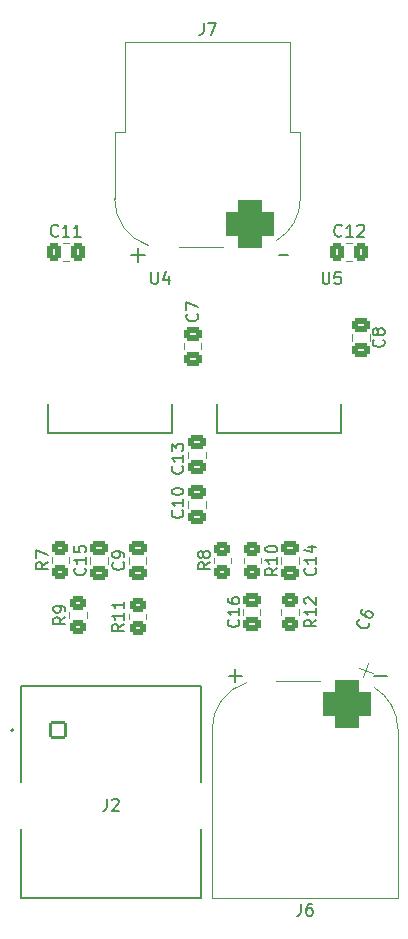
<source format=gto>
%TF.GenerationSoftware,KiCad,Pcbnew,8.0.2*%
%TF.CreationDate,2024-10-02T19:38:12-04:00*%
%TF.ProjectId,drive_27A,64726976-655f-4323-9741-2e6b69636164,rev?*%
%TF.SameCoordinates,Original*%
%TF.FileFunction,Legend,Top*%
%TF.FilePolarity,Positive*%
%FSLAX46Y46*%
G04 Gerber Fmt 4.6, Leading zero omitted, Abs format (unit mm)*
G04 Created by KiCad (PCBNEW 8.0.2) date 2024-10-02 19:38:12*
%MOMM*%
%LPD*%
G01*
G04 APERTURE LIST*
G04 Aperture macros list*
%AMRoundRect*
0 Rectangle with rounded corners*
0 $1 Rounding radius*
0 $2 $3 $4 $5 $6 $7 $8 $9 X,Y pos of 4 corners*
0 Add a 4 corners polygon primitive as box body*
4,1,4,$2,$3,$4,$5,$6,$7,$8,$9,$2,$3,0*
0 Add four circle primitives for the rounded corners*
1,1,$1+$1,$2,$3*
1,1,$1+$1,$4,$5*
1,1,$1+$1,$6,$7*
1,1,$1+$1,$8,$9*
0 Add four rect primitives between the rounded corners*
20,1,$1+$1,$2,$3,$4,$5,0*
20,1,$1+$1,$4,$5,$6,$7,0*
20,1,$1+$1,$6,$7,$8,$9,0*
20,1,$1+$1,$8,$9,$2,$3,0*%
%AMRotRect*
0 Rectangle, with rotation*
0 The origin of the aperture is its center*
0 $1 length*
0 $2 width*
0 $3 Rotation angle, in degrees counterclockwise*
0 Add horizontal line*
21,1,$1,$2,0,0,$3*%
G04 Aperture macros list end*
%ADD10C,0.150000*%
%ADD11C,0.120000*%
%ADD12C,0.152400*%
%ADD13C,0.127000*%
%ADD14C,0.200000*%
%ADD15R,0.900000X2.000000*%
%ADD16RoundRect,1.025000X1.025000X1.025000X-1.025000X1.025000X-1.025000X-1.025000X1.025000X-1.025000X0*%
%ADD17C,4.100000*%
%ADD18RoundRect,1.025000X-1.025000X-1.025000X1.025000X-1.025000X1.025000X1.025000X-1.025000X1.025000X0*%
%ADD19R,0.762000X4.683400*%
%ADD20R,10.312400X9.557400*%
%ADD21RotRect,2.400000X2.400000X70.000000*%
%ADD22C,2.400000*%
%ADD23C,3.350000*%
%ADD24RoundRect,0.102000X-0.634000X-0.634000X0.634000X-0.634000X0.634000X0.634000X-0.634000X0.634000X0*%
%ADD25C,1.472000*%
%ADD26RoundRect,0.250000X0.475000X-0.337500X0.475000X0.337500X-0.475000X0.337500X-0.475000X-0.337500X0*%
%ADD27C,3.600000*%
%ADD28C,5.600000*%
%ADD29RoundRect,0.250000X-0.475000X0.337500X-0.475000X-0.337500X0.475000X-0.337500X0.475000X0.337500X0*%
%ADD30RoundRect,0.250000X-0.337500X-0.475000X0.337500X-0.475000X0.337500X0.475000X-0.337500X0.475000X0*%
%ADD31RoundRect,0.250000X0.450000X-0.350000X0.450000X0.350000X-0.450000X0.350000X-0.450000X-0.350000X0*%
%ADD32RoundRect,0.250000X-0.450000X0.350000X-0.450000X-0.350000X0.450000X-0.350000X0.450000X0.350000X0*%
%ADD33RoundRect,0.250000X0.337500X0.475000X-0.337500X0.475000X-0.337500X-0.475000X0.337500X-0.475000X0*%
%ADD34R,1.700000X1.700000*%
%ADD35O,1.700000X1.700000*%
%ADD36O,1.600000X0.900000*%
G04 APERTURE END LIST*
D10*
X38416666Y-79704819D02*
X38416666Y-80419104D01*
X38416666Y-80419104D02*
X38369047Y-80561961D01*
X38369047Y-80561961D02*
X38273809Y-80657200D01*
X38273809Y-80657200D02*
X38130952Y-80704819D01*
X38130952Y-80704819D02*
X38035714Y-80704819D01*
X39321428Y-79704819D02*
X39130952Y-79704819D01*
X39130952Y-79704819D02*
X39035714Y-79752438D01*
X39035714Y-79752438D02*
X38988095Y-79800057D01*
X38988095Y-79800057D02*
X38892857Y-79942914D01*
X38892857Y-79942914D02*
X38845238Y-80133390D01*
X38845238Y-80133390D02*
X38845238Y-80514342D01*
X38845238Y-80514342D02*
X38892857Y-80609580D01*
X38892857Y-80609580D02*
X38940476Y-80657200D01*
X38940476Y-80657200D02*
X39035714Y-80704819D01*
X39035714Y-80704819D02*
X39226190Y-80704819D01*
X39226190Y-80704819D02*
X39321428Y-80657200D01*
X39321428Y-80657200D02*
X39369047Y-80609580D01*
X39369047Y-80609580D02*
X39416666Y-80514342D01*
X39416666Y-80514342D02*
X39416666Y-80276247D01*
X39416666Y-80276247D02*
X39369047Y-80181009D01*
X39369047Y-80181009D02*
X39321428Y-80133390D01*
X39321428Y-80133390D02*
X39226190Y-80085771D01*
X39226190Y-80085771D02*
X39035714Y-80085771D01*
X39035714Y-80085771D02*
X38940476Y-80133390D01*
X38940476Y-80133390D02*
X38892857Y-80181009D01*
X38892857Y-80181009D02*
X38845238Y-80276247D01*
X44578571Y-60364700D02*
X45721429Y-60364700D01*
X32278571Y-60364700D02*
X33421429Y-60364700D01*
X32850000Y-60936128D02*
X32850000Y-59793271D01*
X30166666Y-5104819D02*
X30166666Y-5819104D01*
X30166666Y-5819104D02*
X30119047Y-5961961D01*
X30119047Y-5961961D02*
X30023809Y-6057200D01*
X30023809Y-6057200D02*
X29880952Y-6104819D01*
X29880952Y-6104819D02*
X29785714Y-6104819D01*
X30547619Y-5104819D02*
X31214285Y-5104819D01*
X31214285Y-5104819D02*
X30785714Y-6104819D01*
X24028571Y-24764700D02*
X25171429Y-24764700D01*
X24600000Y-25336128D02*
X24600000Y-24193271D01*
X36519048Y-24723866D02*
X37280953Y-24723866D01*
X40238095Y-26204819D02*
X40238095Y-27014342D01*
X40238095Y-27014342D02*
X40285714Y-27109580D01*
X40285714Y-27109580D02*
X40333333Y-27157200D01*
X40333333Y-27157200D02*
X40428571Y-27204819D01*
X40428571Y-27204819D02*
X40619047Y-27204819D01*
X40619047Y-27204819D02*
X40714285Y-27157200D01*
X40714285Y-27157200D02*
X40761904Y-27109580D01*
X40761904Y-27109580D02*
X40809523Y-27014342D01*
X40809523Y-27014342D02*
X40809523Y-26204819D01*
X41761904Y-26204819D02*
X41285714Y-26204819D01*
X41285714Y-26204819D02*
X41238095Y-26681009D01*
X41238095Y-26681009D02*
X41285714Y-26633390D01*
X41285714Y-26633390D02*
X41380952Y-26585771D01*
X41380952Y-26585771D02*
X41619047Y-26585771D01*
X41619047Y-26585771D02*
X41714285Y-26633390D01*
X41714285Y-26633390D02*
X41761904Y-26681009D01*
X41761904Y-26681009D02*
X41809523Y-26776247D01*
X41809523Y-26776247D02*
X41809523Y-27014342D01*
X41809523Y-27014342D02*
X41761904Y-27109580D01*
X41761904Y-27109580D02*
X41714285Y-27157200D01*
X41714285Y-27157200D02*
X41619047Y-27204819D01*
X41619047Y-27204819D02*
X41380952Y-27204819D01*
X41380952Y-27204819D02*
X41285714Y-27157200D01*
X41285714Y-27157200D02*
X41238095Y-27109580D01*
X44139941Y-55884335D02*
X44168401Y-55945369D01*
X44168401Y-55945369D02*
X44164289Y-56095898D01*
X44164289Y-56095898D02*
X44131715Y-56185392D01*
X44131715Y-56185392D02*
X44038108Y-56303348D01*
X44038108Y-56303348D02*
X43916040Y-56360269D01*
X43916040Y-56360269D02*
X43810259Y-56372443D01*
X43810259Y-56372443D02*
X43614983Y-56352043D01*
X43614983Y-56352043D02*
X43480741Y-56303183D01*
X43480741Y-56303183D02*
X43318039Y-56193289D01*
X43318039Y-56193289D02*
X43244831Y-56115969D01*
X43244831Y-56115969D02*
X43187910Y-55993901D01*
X43187910Y-55993901D02*
X43192023Y-55843372D01*
X43192023Y-55843372D02*
X43224596Y-55753878D01*
X43224596Y-55753878D02*
X43318203Y-55635923D01*
X43318203Y-55635923D02*
X43379237Y-55607462D01*
X43582903Y-54769438D02*
X43517756Y-54948427D01*
X43517756Y-54948427D02*
X43529930Y-55054208D01*
X43529930Y-55054208D02*
X43558391Y-55115242D01*
X43558391Y-55115242D02*
X43660059Y-55253597D01*
X43660059Y-55253597D02*
X43822762Y-55363491D01*
X43822762Y-55363491D02*
X44180740Y-55493784D01*
X44180740Y-55493784D02*
X44286521Y-55481610D01*
X44286521Y-55481610D02*
X44347555Y-55453149D01*
X44347555Y-55453149D02*
X44424875Y-55379942D01*
X44424875Y-55379942D02*
X44490022Y-55200952D01*
X44490022Y-55200952D02*
X44477848Y-55095171D01*
X44477848Y-55095171D02*
X44449388Y-55034137D01*
X44449388Y-55034137D02*
X44376180Y-54956817D01*
X44376180Y-54956817D02*
X44152443Y-54875383D01*
X44152443Y-54875383D02*
X44046662Y-54887557D01*
X44046662Y-54887557D02*
X43985628Y-54916018D01*
X43985628Y-54916018D02*
X43908308Y-54989226D01*
X43908308Y-54989226D02*
X43843161Y-55168215D01*
X43843161Y-55168215D02*
X43855335Y-55273996D01*
X43855335Y-55273996D02*
X43883796Y-55335030D01*
X43883796Y-55335030D02*
X43957003Y-55412351D01*
X21991666Y-70804819D02*
X21991666Y-71519104D01*
X21991666Y-71519104D02*
X21944047Y-71661961D01*
X21944047Y-71661961D02*
X21848809Y-71757200D01*
X21848809Y-71757200D02*
X21705952Y-71804819D01*
X21705952Y-71804819D02*
X21610714Y-71804819D01*
X22420238Y-70900057D02*
X22467857Y-70852438D01*
X22467857Y-70852438D02*
X22563095Y-70804819D01*
X22563095Y-70804819D02*
X22801190Y-70804819D01*
X22801190Y-70804819D02*
X22896428Y-70852438D01*
X22896428Y-70852438D02*
X22944047Y-70900057D01*
X22944047Y-70900057D02*
X22991666Y-70995295D01*
X22991666Y-70995295D02*
X22991666Y-71090533D01*
X22991666Y-71090533D02*
X22944047Y-71233390D01*
X22944047Y-71233390D02*
X22372619Y-71804819D01*
X22372619Y-71804819D02*
X22991666Y-71804819D01*
X28359580Y-46392857D02*
X28407200Y-46440476D01*
X28407200Y-46440476D02*
X28454819Y-46583333D01*
X28454819Y-46583333D02*
X28454819Y-46678571D01*
X28454819Y-46678571D02*
X28407200Y-46821428D01*
X28407200Y-46821428D02*
X28311961Y-46916666D01*
X28311961Y-46916666D02*
X28216723Y-46964285D01*
X28216723Y-46964285D02*
X28026247Y-47011904D01*
X28026247Y-47011904D02*
X27883390Y-47011904D01*
X27883390Y-47011904D02*
X27692914Y-46964285D01*
X27692914Y-46964285D02*
X27597676Y-46916666D01*
X27597676Y-46916666D02*
X27502438Y-46821428D01*
X27502438Y-46821428D02*
X27454819Y-46678571D01*
X27454819Y-46678571D02*
X27454819Y-46583333D01*
X27454819Y-46583333D02*
X27502438Y-46440476D01*
X27502438Y-46440476D02*
X27550057Y-46392857D01*
X28454819Y-45440476D02*
X28454819Y-46011904D01*
X28454819Y-45726190D02*
X27454819Y-45726190D01*
X27454819Y-45726190D02*
X27597676Y-45821428D01*
X27597676Y-45821428D02*
X27692914Y-45916666D01*
X27692914Y-45916666D02*
X27740533Y-46011904D01*
X27454819Y-44821428D02*
X27454819Y-44726190D01*
X27454819Y-44726190D02*
X27502438Y-44630952D01*
X27502438Y-44630952D02*
X27550057Y-44583333D01*
X27550057Y-44583333D02*
X27645295Y-44535714D01*
X27645295Y-44535714D02*
X27835771Y-44488095D01*
X27835771Y-44488095D02*
X28073866Y-44488095D01*
X28073866Y-44488095D02*
X28264342Y-44535714D01*
X28264342Y-44535714D02*
X28359580Y-44583333D01*
X28359580Y-44583333D02*
X28407200Y-44630952D01*
X28407200Y-44630952D02*
X28454819Y-44726190D01*
X28454819Y-44726190D02*
X28454819Y-44821428D01*
X28454819Y-44821428D02*
X28407200Y-44916666D01*
X28407200Y-44916666D02*
X28359580Y-44964285D01*
X28359580Y-44964285D02*
X28264342Y-45011904D01*
X28264342Y-45011904D02*
X28073866Y-45059523D01*
X28073866Y-45059523D02*
X27835771Y-45059523D01*
X27835771Y-45059523D02*
X27645295Y-45011904D01*
X27645295Y-45011904D02*
X27550057Y-44964285D01*
X27550057Y-44964285D02*
X27502438Y-44916666D01*
X27502438Y-44916666D02*
X27454819Y-44821428D01*
X28359580Y-42642857D02*
X28407200Y-42690476D01*
X28407200Y-42690476D02*
X28454819Y-42833333D01*
X28454819Y-42833333D02*
X28454819Y-42928571D01*
X28454819Y-42928571D02*
X28407200Y-43071428D01*
X28407200Y-43071428D02*
X28311961Y-43166666D01*
X28311961Y-43166666D02*
X28216723Y-43214285D01*
X28216723Y-43214285D02*
X28026247Y-43261904D01*
X28026247Y-43261904D02*
X27883390Y-43261904D01*
X27883390Y-43261904D02*
X27692914Y-43214285D01*
X27692914Y-43214285D02*
X27597676Y-43166666D01*
X27597676Y-43166666D02*
X27502438Y-43071428D01*
X27502438Y-43071428D02*
X27454819Y-42928571D01*
X27454819Y-42928571D02*
X27454819Y-42833333D01*
X27454819Y-42833333D02*
X27502438Y-42690476D01*
X27502438Y-42690476D02*
X27550057Y-42642857D01*
X28454819Y-41690476D02*
X28454819Y-42261904D01*
X28454819Y-41976190D02*
X27454819Y-41976190D01*
X27454819Y-41976190D02*
X27597676Y-42071428D01*
X27597676Y-42071428D02*
X27692914Y-42166666D01*
X27692914Y-42166666D02*
X27740533Y-42261904D01*
X27454819Y-41357142D02*
X27454819Y-40738095D01*
X27454819Y-40738095D02*
X27835771Y-41071428D01*
X27835771Y-41071428D02*
X27835771Y-40928571D01*
X27835771Y-40928571D02*
X27883390Y-40833333D01*
X27883390Y-40833333D02*
X27931009Y-40785714D01*
X27931009Y-40785714D02*
X28026247Y-40738095D01*
X28026247Y-40738095D02*
X28264342Y-40738095D01*
X28264342Y-40738095D02*
X28359580Y-40785714D01*
X28359580Y-40785714D02*
X28407200Y-40833333D01*
X28407200Y-40833333D02*
X28454819Y-40928571D01*
X28454819Y-40928571D02*
X28454819Y-41214285D01*
X28454819Y-41214285D02*
X28407200Y-41309523D01*
X28407200Y-41309523D02*
X28359580Y-41357142D01*
X45399268Y-31933640D02*
X45446888Y-31981259D01*
X45446888Y-31981259D02*
X45494507Y-32124116D01*
X45494507Y-32124116D02*
X45494507Y-32219354D01*
X45494507Y-32219354D02*
X45446888Y-32362211D01*
X45446888Y-32362211D02*
X45351649Y-32457449D01*
X45351649Y-32457449D02*
X45256411Y-32505068D01*
X45256411Y-32505068D02*
X45065935Y-32552687D01*
X45065935Y-32552687D02*
X44923078Y-32552687D01*
X44923078Y-32552687D02*
X44732602Y-32505068D01*
X44732602Y-32505068D02*
X44637364Y-32457449D01*
X44637364Y-32457449D02*
X44542126Y-32362211D01*
X44542126Y-32362211D02*
X44494507Y-32219354D01*
X44494507Y-32219354D02*
X44494507Y-32124116D01*
X44494507Y-32124116D02*
X44542126Y-31981259D01*
X44542126Y-31981259D02*
X44589745Y-31933640D01*
X44923078Y-31362211D02*
X44875459Y-31457449D01*
X44875459Y-31457449D02*
X44827840Y-31505068D01*
X44827840Y-31505068D02*
X44732602Y-31552687D01*
X44732602Y-31552687D02*
X44684983Y-31552687D01*
X44684983Y-31552687D02*
X44589745Y-31505068D01*
X44589745Y-31505068D02*
X44542126Y-31457449D01*
X44542126Y-31457449D02*
X44494507Y-31362211D01*
X44494507Y-31362211D02*
X44494507Y-31171735D01*
X44494507Y-31171735D02*
X44542126Y-31076497D01*
X44542126Y-31076497D02*
X44589745Y-31028878D01*
X44589745Y-31028878D02*
X44684983Y-30981259D01*
X44684983Y-30981259D02*
X44732602Y-30981259D01*
X44732602Y-30981259D02*
X44827840Y-31028878D01*
X44827840Y-31028878D02*
X44875459Y-31076497D01*
X44875459Y-31076497D02*
X44923078Y-31171735D01*
X44923078Y-31171735D02*
X44923078Y-31362211D01*
X44923078Y-31362211D02*
X44970697Y-31457449D01*
X44970697Y-31457449D02*
X45018316Y-31505068D01*
X45018316Y-31505068D02*
X45113554Y-31552687D01*
X45113554Y-31552687D02*
X45304030Y-31552687D01*
X45304030Y-31552687D02*
X45399268Y-31505068D01*
X45399268Y-31505068D02*
X45446888Y-31457449D01*
X45446888Y-31457449D02*
X45494507Y-31362211D01*
X45494507Y-31362211D02*
X45494507Y-31171735D01*
X45494507Y-31171735D02*
X45446888Y-31076497D01*
X45446888Y-31076497D02*
X45399268Y-31028878D01*
X45399268Y-31028878D02*
X45304030Y-30981259D01*
X45304030Y-30981259D02*
X45113554Y-30981259D01*
X45113554Y-30981259D02*
X45018316Y-31028878D01*
X45018316Y-31028878D02*
X44970697Y-31076497D01*
X44970697Y-31076497D02*
X44923078Y-31171735D01*
X29609580Y-29766666D02*
X29657200Y-29814285D01*
X29657200Y-29814285D02*
X29704819Y-29957142D01*
X29704819Y-29957142D02*
X29704819Y-30052380D01*
X29704819Y-30052380D02*
X29657200Y-30195237D01*
X29657200Y-30195237D02*
X29561961Y-30290475D01*
X29561961Y-30290475D02*
X29466723Y-30338094D01*
X29466723Y-30338094D02*
X29276247Y-30385713D01*
X29276247Y-30385713D02*
X29133390Y-30385713D01*
X29133390Y-30385713D02*
X28942914Y-30338094D01*
X28942914Y-30338094D02*
X28847676Y-30290475D01*
X28847676Y-30290475D02*
X28752438Y-30195237D01*
X28752438Y-30195237D02*
X28704819Y-30052380D01*
X28704819Y-30052380D02*
X28704819Y-29957142D01*
X28704819Y-29957142D02*
X28752438Y-29814285D01*
X28752438Y-29814285D02*
X28800057Y-29766666D01*
X28704819Y-29433332D02*
X28704819Y-28766666D01*
X28704819Y-28766666D02*
X29704819Y-29195237D01*
X41857142Y-23109580D02*
X41809523Y-23157200D01*
X41809523Y-23157200D02*
X41666666Y-23204819D01*
X41666666Y-23204819D02*
X41571428Y-23204819D01*
X41571428Y-23204819D02*
X41428571Y-23157200D01*
X41428571Y-23157200D02*
X41333333Y-23061961D01*
X41333333Y-23061961D02*
X41285714Y-22966723D01*
X41285714Y-22966723D02*
X41238095Y-22776247D01*
X41238095Y-22776247D02*
X41238095Y-22633390D01*
X41238095Y-22633390D02*
X41285714Y-22442914D01*
X41285714Y-22442914D02*
X41333333Y-22347676D01*
X41333333Y-22347676D02*
X41428571Y-22252438D01*
X41428571Y-22252438D02*
X41571428Y-22204819D01*
X41571428Y-22204819D02*
X41666666Y-22204819D01*
X41666666Y-22204819D02*
X41809523Y-22252438D01*
X41809523Y-22252438D02*
X41857142Y-22300057D01*
X42809523Y-23204819D02*
X42238095Y-23204819D01*
X42523809Y-23204819D02*
X42523809Y-22204819D01*
X42523809Y-22204819D02*
X42428571Y-22347676D01*
X42428571Y-22347676D02*
X42333333Y-22442914D01*
X42333333Y-22442914D02*
X42238095Y-22490533D01*
X43190476Y-22300057D02*
X43238095Y-22252438D01*
X43238095Y-22252438D02*
X43333333Y-22204819D01*
X43333333Y-22204819D02*
X43571428Y-22204819D01*
X43571428Y-22204819D02*
X43666666Y-22252438D01*
X43666666Y-22252438D02*
X43714285Y-22300057D01*
X43714285Y-22300057D02*
X43761904Y-22395295D01*
X43761904Y-22395295D02*
X43761904Y-22490533D01*
X43761904Y-22490533D02*
X43714285Y-22633390D01*
X43714285Y-22633390D02*
X43142857Y-23204819D01*
X43142857Y-23204819D02*
X43761904Y-23204819D01*
X39704819Y-55642857D02*
X39228628Y-55976190D01*
X39704819Y-56214285D02*
X38704819Y-56214285D01*
X38704819Y-56214285D02*
X38704819Y-55833333D01*
X38704819Y-55833333D02*
X38752438Y-55738095D01*
X38752438Y-55738095D02*
X38800057Y-55690476D01*
X38800057Y-55690476D02*
X38895295Y-55642857D01*
X38895295Y-55642857D02*
X39038152Y-55642857D01*
X39038152Y-55642857D02*
X39133390Y-55690476D01*
X39133390Y-55690476D02*
X39181009Y-55738095D01*
X39181009Y-55738095D02*
X39228628Y-55833333D01*
X39228628Y-55833333D02*
X39228628Y-56214285D01*
X39704819Y-54690476D02*
X39704819Y-55261904D01*
X39704819Y-54976190D02*
X38704819Y-54976190D01*
X38704819Y-54976190D02*
X38847676Y-55071428D01*
X38847676Y-55071428D02*
X38942914Y-55166666D01*
X38942914Y-55166666D02*
X38990533Y-55261904D01*
X38800057Y-54309523D02*
X38752438Y-54261904D01*
X38752438Y-54261904D02*
X38704819Y-54166666D01*
X38704819Y-54166666D02*
X38704819Y-53928571D01*
X38704819Y-53928571D02*
X38752438Y-53833333D01*
X38752438Y-53833333D02*
X38800057Y-53785714D01*
X38800057Y-53785714D02*
X38895295Y-53738095D01*
X38895295Y-53738095D02*
X38990533Y-53738095D01*
X38990533Y-53738095D02*
X39133390Y-53785714D01*
X39133390Y-53785714D02*
X39704819Y-54357142D01*
X39704819Y-54357142D02*
X39704819Y-53738095D01*
X23404819Y-56022457D02*
X22928628Y-56355790D01*
X23404819Y-56593885D02*
X22404819Y-56593885D01*
X22404819Y-56593885D02*
X22404819Y-56212933D01*
X22404819Y-56212933D02*
X22452438Y-56117695D01*
X22452438Y-56117695D02*
X22500057Y-56070076D01*
X22500057Y-56070076D02*
X22595295Y-56022457D01*
X22595295Y-56022457D02*
X22738152Y-56022457D01*
X22738152Y-56022457D02*
X22833390Y-56070076D01*
X22833390Y-56070076D02*
X22881009Y-56117695D01*
X22881009Y-56117695D02*
X22928628Y-56212933D01*
X22928628Y-56212933D02*
X22928628Y-56593885D01*
X23404819Y-55070076D02*
X23404819Y-55641504D01*
X23404819Y-55355790D02*
X22404819Y-55355790D01*
X22404819Y-55355790D02*
X22547676Y-55451028D01*
X22547676Y-55451028D02*
X22642914Y-55546266D01*
X22642914Y-55546266D02*
X22690533Y-55641504D01*
X23404819Y-54117695D02*
X23404819Y-54689123D01*
X23404819Y-54403409D02*
X22404819Y-54403409D01*
X22404819Y-54403409D02*
X22547676Y-54498647D01*
X22547676Y-54498647D02*
X22642914Y-54593885D01*
X22642914Y-54593885D02*
X22690533Y-54689123D01*
X25738095Y-26204819D02*
X25738095Y-27014342D01*
X25738095Y-27014342D02*
X25785714Y-27109580D01*
X25785714Y-27109580D02*
X25833333Y-27157200D01*
X25833333Y-27157200D02*
X25928571Y-27204819D01*
X25928571Y-27204819D02*
X26119047Y-27204819D01*
X26119047Y-27204819D02*
X26214285Y-27157200D01*
X26214285Y-27157200D02*
X26261904Y-27109580D01*
X26261904Y-27109580D02*
X26309523Y-27014342D01*
X26309523Y-27014342D02*
X26309523Y-26204819D01*
X27214285Y-26538152D02*
X27214285Y-27204819D01*
X26976190Y-26157200D02*
X26738095Y-26871485D01*
X26738095Y-26871485D02*
X27357142Y-26871485D01*
X23359580Y-50796266D02*
X23407200Y-50843885D01*
X23407200Y-50843885D02*
X23454819Y-50986742D01*
X23454819Y-50986742D02*
X23454819Y-51081980D01*
X23454819Y-51081980D02*
X23407200Y-51224837D01*
X23407200Y-51224837D02*
X23311961Y-51320075D01*
X23311961Y-51320075D02*
X23216723Y-51367694D01*
X23216723Y-51367694D02*
X23026247Y-51415313D01*
X23026247Y-51415313D02*
X22883390Y-51415313D01*
X22883390Y-51415313D02*
X22692914Y-51367694D01*
X22692914Y-51367694D02*
X22597676Y-51320075D01*
X22597676Y-51320075D02*
X22502438Y-51224837D01*
X22502438Y-51224837D02*
X22454819Y-51081980D01*
X22454819Y-51081980D02*
X22454819Y-50986742D01*
X22454819Y-50986742D02*
X22502438Y-50843885D01*
X22502438Y-50843885D02*
X22550057Y-50796266D01*
X23454819Y-50320075D02*
X23454819Y-50129599D01*
X23454819Y-50129599D02*
X23407200Y-50034361D01*
X23407200Y-50034361D02*
X23359580Y-49986742D01*
X23359580Y-49986742D02*
X23216723Y-49891504D01*
X23216723Y-49891504D02*
X23026247Y-49843885D01*
X23026247Y-49843885D02*
X22645295Y-49843885D01*
X22645295Y-49843885D02*
X22550057Y-49891504D01*
X22550057Y-49891504D02*
X22502438Y-49939123D01*
X22502438Y-49939123D02*
X22454819Y-50034361D01*
X22454819Y-50034361D02*
X22454819Y-50224837D01*
X22454819Y-50224837D02*
X22502438Y-50320075D01*
X22502438Y-50320075D02*
X22550057Y-50367694D01*
X22550057Y-50367694D02*
X22645295Y-50415313D01*
X22645295Y-50415313D02*
X22883390Y-50415313D01*
X22883390Y-50415313D02*
X22978628Y-50367694D01*
X22978628Y-50367694D02*
X23026247Y-50320075D01*
X23026247Y-50320075D02*
X23073866Y-50224837D01*
X23073866Y-50224837D02*
X23073866Y-50034361D01*
X23073866Y-50034361D02*
X23026247Y-49939123D01*
X23026247Y-49939123D02*
X22978628Y-49891504D01*
X22978628Y-49891504D02*
X22883390Y-49843885D01*
X36404819Y-51272457D02*
X35928628Y-51605790D01*
X36404819Y-51843885D02*
X35404819Y-51843885D01*
X35404819Y-51843885D02*
X35404819Y-51462933D01*
X35404819Y-51462933D02*
X35452438Y-51367695D01*
X35452438Y-51367695D02*
X35500057Y-51320076D01*
X35500057Y-51320076D02*
X35595295Y-51272457D01*
X35595295Y-51272457D02*
X35738152Y-51272457D01*
X35738152Y-51272457D02*
X35833390Y-51320076D01*
X35833390Y-51320076D02*
X35881009Y-51367695D01*
X35881009Y-51367695D02*
X35928628Y-51462933D01*
X35928628Y-51462933D02*
X35928628Y-51843885D01*
X36404819Y-50320076D02*
X36404819Y-50891504D01*
X36404819Y-50605790D02*
X35404819Y-50605790D01*
X35404819Y-50605790D02*
X35547676Y-50701028D01*
X35547676Y-50701028D02*
X35642914Y-50796266D01*
X35642914Y-50796266D02*
X35690533Y-50891504D01*
X35404819Y-49701028D02*
X35404819Y-49605790D01*
X35404819Y-49605790D02*
X35452438Y-49510552D01*
X35452438Y-49510552D02*
X35500057Y-49462933D01*
X35500057Y-49462933D02*
X35595295Y-49415314D01*
X35595295Y-49415314D02*
X35785771Y-49367695D01*
X35785771Y-49367695D02*
X36023866Y-49367695D01*
X36023866Y-49367695D02*
X36214342Y-49415314D01*
X36214342Y-49415314D02*
X36309580Y-49462933D01*
X36309580Y-49462933D02*
X36357200Y-49510552D01*
X36357200Y-49510552D02*
X36404819Y-49605790D01*
X36404819Y-49605790D02*
X36404819Y-49701028D01*
X36404819Y-49701028D02*
X36357200Y-49796266D01*
X36357200Y-49796266D02*
X36309580Y-49843885D01*
X36309580Y-49843885D02*
X36214342Y-49891504D01*
X36214342Y-49891504D02*
X36023866Y-49939123D01*
X36023866Y-49939123D02*
X35785771Y-49939123D01*
X35785771Y-49939123D02*
X35595295Y-49891504D01*
X35595295Y-49891504D02*
X35500057Y-49843885D01*
X35500057Y-49843885D02*
X35452438Y-49796266D01*
X35452438Y-49796266D02*
X35404819Y-49701028D01*
X17857142Y-23109580D02*
X17809523Y-23157200D01*
X17809523Y-23157200D02*
X17666666Y-23204819D01*
X17666666Y-23204819D02*
X17571428Y-23204819D01*
X17571428Y-23204819D02*
X17428571Y-23157200D01*
X17428571Y-23157200D02*
X17333333Y-23061961D01*
X17333333Y-23061961D02*
X17285714Y-22966723D01*
X17285714Y-22966723D02*
X17238095Y-22776247D01*
X17238095Y-22776247D02*
X17238095Y-22633390D01*
X17238095Y-22633390D02*
X17285714Y-22442914D01*
X17285714Y-22442914D02*
X17333333Y-22347676D01*
X17333333Y-22347676D02*
X17428571Y-22252438D01*
X17428571Y-22252438D02*
X17571428Y-22204819D01*
X17571428Y-22204819D02*
X17666666Y-22204819D01*
X17666666Y-22204819D02*
X17809523Y-22252438D01*
X17809523Y-22252438D02*
X17857142Y-22300057D01*
X18809523Y-23204819D02*
X18238095Y-23204819D01*
X18523809Y-23204819D02*
X18523809Y-22204819D01*
X18523809Y-22204819D02*
X18428571Y-22347676D01*
X18428571Y-22347676D02*
X18333333Y-22442914D01*
X18333333Y-22442914D02*
X18238095Y-22490533D01*
X19761904Y-23204819D02*
X19190476Y-23204819D01*
X19476190Y-23204819D02*
X19476190Y-22204819D01*
X19476190Y-22204819D02*
X19380952Y-22347676D01*
X19380952Y-22347676D02*
X19285714Y-22442914D01*
X19285714Y-22442914D02*
X19190476Y-22490533D01*
X39609580Y-51272457D02*
X39657200Y-51320076D01*
X39657200Y-51320076D02*
X39704819Y-51462933D01*
X39704819Y-51462933D02*
X39704819Y-51558171D01*
X39704819Y-51558171D02*
X39657200Y-51701028D01*
X39657200Y-51701028D02*
X39561961Y-51796266D01*
X39561961Y-51796266D02*
X39466723Y-51843885D01*
X39466723Y-51843885D02*
X39276247Y-51891504D01*
X39276247Y-51891504D02*
X39133390Y-51891504D01*
X39133390Y-51891504D02*
X38942914Y-51843885D01*
X38942914Y-51843885D02*
X38847676Y-51796266D01*
X38847676Y-51796266D02*
X38752438Y-51701028D01*
X38752438Y-51701028D02*
X38704819Y-51558171D01*
X38704819Y-51558171D02*
X38704819Y-51462933D01*
X38704819Y-51462933D02*
X38752438Y-51320076D01*
X38752438Y-51320076D02*
X38800057Y-51272457D01*
X39704819Y-50320076D02*
X39704819Y-50891504D01*
X39704819Y-50605790D02*
X38704819Y-50605790D01*
X38704819Y-50605790D02*
X38847676Y-50701028D01*
X38847676Y-50701028D02*
X38942914Y-50796266D01*
X38942914Y-50796266D02*
X38990533Y-50891504D01*
X39038152Y-49462933D02*
X39704819Y-49462933D01*
X38657200Y-49701028D02*
X39371485Y-49939123D01*
X39371485Y-49939123D02*
X39371485Y-49320076D01*
X33109580Y-55642857D02*
X33157200Y-55690476D01*
X33157200Y-55690476D02*
X33204819Y-55833333D01*
X33204819Y-55833333D02*
X33204819Y-55928571D01*
X33204819Y-55928571D02*
X33157200Y-56071428D01*
X33157200Y-56071428D02*
X33061961Y-56166666D01*
X33061961Y-56166666D02*
X32966723Y-56214285D01*
X32966723Y-56214285D02*
X32776247Y-56261904D01*
X32776247Y-56261904D02*
X32633390Y-56261904D01*
X32633390Y-56261904D02*
X32442914Y-56214285D01*
X32442914Y-56214285D02*
X32347676Y-56166666D01*
X32347676Y-56166666D02*
X32252438Y-56071428D01*
X32252438Y-56071428D02*
X32204819Y-55928571D01*
X32204819Y-55928571D02*
X32204819Y-55833333D01*
X32204819Y-55833333D02*
X32252438Y-55690476D01*
X32252438Y-55690476D02*
X32300057Y-55642857D01*
X33204819Y-54690476D02*
X33204819Y-55261904D01*
X33204819Y-54976190D02*
X32204819Y-54976190D01*
X32204819Y-54976190D02*
X32347676Y-55071428D01*
X32347676Y-55071428D02*
X32442914Y-55166666D01*
X32442914Y-55166666D02*
X32490533Y-55261904D01*
X32204819Y-53833333D02*
X32204819Y-54023809D01*
X32204819Y-54023809D02*
X32252438Y-54119047D01*
X32252438Y-54119047D02*
X32300057Y-54166666D01*
X32300057Y-54166666D02*
X32442914Y-54261904D01*
X32442914Y-54261904D02*
X32633390Y-54309523D01*
X32633390Y-54309523D02*
X33014342Y-54309523D01*
X33014342Y-54309523D02*
X33109580Y-54261904D01*
X33109580Y-54261904D02*
X33157200Y-54214285D01*
X33157200Y-54214285D02*
X33204819Y-54119047D01*
X33204819Y-54119047D02*
X33204819Y-53928571D01*
X33204819Y-53928571D02*
X33157200Y-53833333D01*
X33157200Y-53833333D02*
X33109580Y-53785714D01*
X33109580Y-53785714D02*
X33014342Y-53738095D01*
X33014342Y-53738095D02*
X32776247Y-53738095D01*
X32776247Y-53738095D02*
X32681009Y-53785714D01*
X32681009Y-53785714D02*
X32633390Y-53833333D01*
X32633390Y-53833333D02*
X32585771Y-53928571D01*
X32585771Y-53928571D02*
X32585771Y-54119047D01*
X32585771Y-54119047D02*
X32633390Y-54214285D01*
X32633390Y-54214285D02*
X32681009Y-54261904D01*
X32681009Y-54261904D02*
X32776247Y-54309523D01*
X18454819Y-55416666D02*
X17978628Y-55749999D01*
X18454819Y-55988094D02*
X17454819Y-55988094D01*
X17454819Y-55988094D02*
X17454819Y-55607142D01*
X17454819Y-55607142D02*
X17502438Y-55511904D01*
X17502438Y-55511904D02*
X17550057Y-55464285D01*
X17550057Y-55464285D02*
X17645295Y-55416666D01*
X17645295Y-55416666D02*
X17788152Y-55416666D01*
X17788152Y-55416666D02*
X17883390Y-55464285D01*
X17883390Y-55464285D02*
X17931009Y-55511904D01*
X17931009Y-55511904D02*
X17978628Y-55607142D01*
X17978628Y-55607142D02*
X17978628Y-55988094D01*
X18454819Y-54940475D02*
X18454819Y-54749999D01*
X18454819Y-54749999D02*
X18407200Y-54654761D01*
X18407200Y-54654761D02*
X18359580Y-54607142D01*
X18359580Y-54607142D02*
X18216723Y-54511904D01*
X18216723Y-54511904D02*
X18026247Y-54464285D01*
X18026247Y-54464285D02*
X17645295Y-54464285D01*
X17645295Y-54464285D02*
X17550057Y-54511904D01*
X17550057Y-54511904D02*
X17502438Y-54559523D01*
X17502438Y-54559523D02*
X17454819Y-54654761D01*
X17454819Y-54654761D02*
X17454819Y-54845237D01*
X17454819Y-54845237D02*
X17502438Y-54940475D01*
X17502438Y-54940475D02*
X17550057Y-54988094D01*
X17550057Y-54988094D02*
X17645295Y-55035713D01*
X17645295Y-55035713D02*
X17883390Y-55035713D01*
X17883390Y-55035713D02*
X17978628Y-54988094D01*
X17978628Y-54988094D02*
X18026247Y-54940475D01*
X18026247Y-54940475D02*
X18073866Y-54845237D01*
X18073866Y-54845237D02*
X18073866Y-54654761D01*
X18073866Y-54654761D02*
X18026247Y-54559523D01*
X18026247Y-54559523D02*
X17978628Y-54511904D01*
X17978628Y-54511904D02*
X17883390Y-54464285D01*
X20109580Y-51272457D02*
X20157200Y-51320076D01*
X20157200Y-51320076D02*
X20204819Y-51462933D01*
X20204819Y-51462933D02*
X20204819Y-51558171D01*
X20204819Y-51558171D02*
X20157200Y-51701028D01*
X20157200Y-51701028D02*
X20061961Y-51796266D01*
X20061961Y-51796266D02*
X19966723Y-51843885D01*
X19966723Y-51843885D02*
X19776247Y-51891504D01*
X19776247Y-51891504D02*
X19633390Y-51891504D01*
X19633390Y-51891504D02*
X19442914Y-51843885D01*
X19442914Y-51843885D02*
X19347676Y-51796266D01*
X19347676Y-51796266D02*
X19252438Y-51701028D01*
X19252438Y-51701028D02*
X19204819Y-51558171D01*
X19204819Y-51558171D02*
X19204819Y-51462933D01*
X19204819Y-51462933D02*
X19252438Y-51320076D01*
X19252438Y-51320076D02*
X19300057Y-51272457D01*
X20204819Y-50320076D02*
X20204819Y-50891504D01*
X20204819Y-50605790D02*
X19204819Y-50605790D01*
X19204819Y-50605790D02*
X19347676Y-50701028D01*
X19347676Y-50701028D02*
X19442914Y-50796266D01*
X19442914Y-50796266D02*
X19490533Y-50891504D01*
X19204819Y-49415314D02*
X19204819Y-49891504D01*
X19204819Y-49891504D02*
X19681009Y-49939123D01*
X19681009Y-49939123D02*
X19633390Y-49891504D01*
X19633390Y-49891504D02*
X19585771Y-49796266D01*
X19585771Y-49796266D02*
X19585771Y-49558171D01*
X19585771Y-49558171D02*
X19633390Y-49462933D01*
X19633390Y-49462933D02*
X19681009Y-49415314D01*
X19681009Y-49415314D02*
X19776247Y-49367695D01*
X19776247Y-49367695D02*
X20014342Y-49367695D01*
X20014342Y-49367695D02*
X20109580Y-49415314D01*
X20109580Y-49415314D02*
X20157200Y-49462933D01*
X20157200Y-49462933D02*
X20204819Y-49558171D01*
X20204819Y-49558171D02*
X20204819Y-49796266D01*
X20204819Y-49796266D02*
X20157200Y-49891504D01*
X20157200Y-49891504D02*
X20109580Y-49939123D01*
X30704819Y-50796266D02*
X30228628Y-51129599D01*
X30704819Y-51367694D02*
X29704819Y-51367694D01*
X29704819Y-51367694D02*
X29704819Y-50986742D01*
X29704819Y-50986742D02*
X29752438Y-50891504D01*
X29752438Y-50891504D02*
X29800057Y-50843885D01*
X29800057Y-50843885D02*
X29895295Y-50796266D01*
X29895295Y-50796266D02*
X30038152Y-50796266D01*
X30038152Y-50796266D02*
X30133390Y-50843885D01*
X30133390Y-50843885D02*
X30181009Y-50891504D01*
X30181009Y-50891504D02*
X30228628Y-50986742D01*
X30228628Y-50986742D02*
X30228628Y-51367694D01*
X30133390Y-50224837D02*
X30085771Y-50320075D01*
X30085771Y-50320075D02*
X30038152Y-50367694D01*
X30038152Y-50367694D02*
X29942914Y-50415313D01*
X29942914Y-50415313D02*
X29895295Y-50415313D01*
X29895295Y-50415313D02*
X29800057Y-50367694D01*
X29800057Y-50367694D02*
X29752438Y-50320075D01*
X29752438Y-50320075D02*
X29704819Y-50224837D01*
X29704819Y-50224837D02*
X29704819Y-50034361D01*
X29704819Y-50034361D02*
X29752438Y-49939123D01*
X29752438Y-49939123D02*
X29800057Y-49891504D01*
X29800057Y-49891504D02*
X29895295Y-49843885D01*
X29895295Y-49843885D02*
X29942914Y-49843885D01*
X29942914Y-49843885D02*
X30038152Y-49891504D01*
X30038152Y-49891504D02*
X30085771Y-49939123D01*
X30085771Y-49939123D02*
X30133390Y-50034361D01*
X30133390Y-50034361D02*
X30133390Y-50224837D01*
X30133390Y-50224837D02*
X30181009Y-50320075D01*
X30181009Y-50320075D02*
X30228628Y-50367694D01*
X30228628Y-50367694D02*
X30323866Y-50415313D01*
X30323866Y-50415313D02*
X30514342Y-50415313D01*
X30514342Y-50415313D02*
X30609580Y-50367694D01*
X30609580Y-50367694D02*
X30657200Y-50320075D01*
X30657200Y-50320075D02*
X30704819Y-50224837D01*
X30704819Y-50224837D02*
X30704819Y-50034361D01*
X30704819Y-50034361D02*
X30657200Y-49939123D01*
X30657200Y-49939123D02*
X30609580Y-49891504D01*
X30609580Y-49891504D02*
X30514342Y-49843885D01*
X30514342Y-49843885D02*
X30323866Y-49843885D01*
X30323866Y-49843885D02*
X30228628Y-49891504D01*
X30228628Y-49891504D02*
X30181009Y-49939123D01*
X30181009Y-49939123D02*
X30133390Y-50034361D01*
X16954819Y-50766666D02*
X16478628Y-51099999D01*
X16954819Y-51338094D02*
X15954819Y-51338094D01*
X15954819Y-51338094D02*
X15954819Y-50957142D01*
X15954819Y-50957142D02*
X16002438Y-50861904D01*
X16002438Y-50861904D02*
X16050057Y-50814285D01*
X16050057Y-50814285D02*
X16145295Y-50766666D01*
X16145295Y-50766666D02*
X16288152Y-50766666D01*
X16288152Y-50766666D02*
X16383390Y-50814285D01*
X16383390Y-50814285D02*
X16431009Y-50861904D01*
X16431009Y-50861904D02*
X16478628Y-50957142D01*
X16478628Y-50957142D02*
X16478628Y-51338094D01*
X15954819Y-50433332D02*
X15954819Y-49766666D01*
X15954819Y-49766666D02*
X16954819Y-50195237D01*
D11*
%TO.C,J6*%
X30890000Y-79210000D02*
X30890000Y-64900000D01*
X40040000Y-60790000D02*
X36300000Y-60790000D01*
X46610000Y-79210000D02*
X30890000Y-79210000D01*
X46610000Y-79210000D02*
X46610000Y-64900000D01*
X30890000Y-64900000D02*
G75*
G02*
X33798352Y-60969587I4110000J0D01*
G01*
X44616806Y-61377042D02*
G75*
G02*
X46610000Y-64900000I-2116805J-3522957D01*
G01*
%TO.C,J7*%
X22640000Y-14390000D02*
X22640000Y-20000000D01*
X22640000Y-14390000D02*
X23490000Y-14390000D01*
X23490000Y-6690000D02*
X23490000Y-14390000D01*
X23490000Y-6690000D02*
X37510000Y-6690000D01*
X28050000Y-24110000D02*
X31790000Y-24110000D01*
X37510000Y-6690000D02*
X37510000Y-14390000D01*
X37510000Y-14390000D02*
X38360000Y-14390000D01*
X38360000Y-14390000D02*
X38360000Y-20000000D01*
X25510100Y-23958718D02*
G75*
G02*
X22640000Y-20000000I1239898J3918716D01*
G01*
X38360000Y-20000000D02*
G75*
G02*
X36366806Y-23522958I-4110000J0D01*
G01*
D12*
%TO.C,U5*%
X31317600Y-37381297D02*
X31317600Y-39851400D01*
X31317600Y-39851400D02*
X41782400Y-39851400D01*
X41782400Y-39851400D02*
X41782400Y-37381297D01*
D11*
%TO.C,C6*%
X43304149Y-59687640D02*
X44478766Y-60115164D01*
X43677695Y-60488709D02*
X44105220Y-59314093D01*
D13*
%TO.C,J2*%
X14705000Y-61230000D02*
X14705000Y-69355000D01*
X14705000Y-79230000D02*
X14705000Y-73345000D01*
X14705000Y-79230000D02*
X29945000Y-79230000D01*
X29945000Y-61230000D02*
X14705000Y-61230000D01*
X29945000Y-69355000D02*
X29945000Y-61230000D01*
X29945000Y-79230000D02*
X29945000Y-73345000D01*
D14*
X14055000Y-65000000D02*
G75*
G02*
X13855000Y-65000000I-100000J0D01*
G01*
X13855000Y-65000000D02*
G75*
G02*
X14055000Y-65000000I100000J0D01*
G01*
D11*
%TO.C,C10*%
X28865000Y-46140852D02*
X28865000Y-45618348D01*
X30335000Y-46140852D02*
X30335000Y-45618348D01*
%TO.C,C13*%
X28865000Y-41405848D02*
X28865000Y-41928352D01*
X30335000Y-41405848D02*
X30335000Y-41928352D01*
%TO.C,C8*%
X42765000Y-32011252D02*
X42765000Y-31488748D01*
X44235000Y-32011252D02*
X44235000Y-31488748D01*
%TO.C,C7*%
X28515000Y-32761252D02*
X28515000Y-32238748D01*
X29985000Y-32761252D02*
X29985000Y-32238748D01*
%TO.C,C12*%
X42238748Y-23765000D02*
X42761252Y-23765000D01*
X42238748Y-25235000D02*
X42761252Y-25235000D01*
%TO.C,R12*%
X36765000Y-55227064D02*
X36765000Y-54772936D01*
X38235000Y-55227064D02*
X38235000Y-54772936D01*
%TO.C,R11*%
X23865000Y-55606664D02*
X23865000Y-55152536D01*
X25335000Y-55606664D02*
X25335000Y-55152536D01*
D12*
%TO.C,U4*%
X17017600Y-37381297D02*
X17017600Y-39851400D01*
X17017600Y-39851400D02*
X27482400Y-39851400D01*
X27482400Y-39851400D02*
X27482400Y-37381297D01*
D11*
%TO.C,C9*%
X23865000Y-50368348D02*
X23865000Y-50890852D01*
X25335000Y-50368348D02*
X25335000Y-50890852D01*
%TO.C,R10*%
X33565000Y-50402536D02*
X33565000Y-50856664D01*
X35035000Y-50402536D02*
X35035000Y-50856664D01*
%TO.C,C11*%
X18761252Y-23765000D02*
X18238748Y-23765000D01*
X18761252Y-25235000D02*
X18238748Y-25235000D01*
%TO.C,C14*%
X36765000Y-50368348D02*
X36765000Y-50890852D01*
X38235000Y-50368348D02*
X38235000Y-50890852D01*
%TO.C,C16*%
X33515000Y-54738748D02*
X33515000Y-55261252D01*
X34985000Y-54738748D02*
X34985000Y-55261252D01*
%TO.C,R9*%
X18815000Y-55022936D02*
X18815000Y-55477064D01*
X20285000Y-55022936D02*
X20285000Y-55477064D01*
%TO.C,C15*%
X20565000Y-50368348D02*
X20565000Y-50890852D01*
X22035000Y-50368348D02*
X22035000Y-50890852D01*
%TO.C,R8*%
X31015000Y-50402536D02*
X31015000Y-50856664D01*
X32485000Y-50402536D02*
X32485000Y-50856664D01*
%TO.C,R7*%
X17315000Y-50372936D02*
X17315000Y-50827064D01*
X18785000Y-50372936D02*
X18785000Y-50827064D01*
%TD*%
%LPC*%
D15*
%TO.C,J6*%
X45500000Y-68750000D03*
X32000000Y-68750000D03*
D16*
X42350000Y-62750000D03*
D17*
X35150000Y-62750000D03*
%TD*%
D15*
%TO.C,J7*%
X23750000Y-16150000D03*
X37250000Y-16150000D03*
D18*
X34100000Y-22150000D03*
D17*
X26900000Y-22150000D03*
%TD*%
D19*
%TO.C,U5*%
X32740000Y-43158300D03*
X34010000Y-43158300D03*
X35280000Y-43158300D03*
X36550000Y-43158300D03*
X37820000Y-43158300D03*
X39090000Y-43158300D03*
X40360000Y-43158300D03*
D20*
X36550000Y-32278700D03*
%TD*%
D21*
%TO.C,C6*%
X42994949Y-57978832D03*
D22*
X44705050Y-53280369D03*
%TD*%
D23*
%TO.C,J2*%
X16609000Y-71350000D03*
X28041000Y-71350000D03*
D24*
X17880000Y-65000000D03*
D25*
X19150000Y-62460000D03*
X20420000Y-65000000D03*
X21690000Y-62460000D03*
X22960000Y-65000000D03*
X24230000Y-62460000D03*
X25500000Y-65000000D03*
X26770000Y-62460000D03*
%TD*%
D26*
%TO.C,C10*%
X29600000Y-46917100D03*
X29600000Y-44842100D03*
%TD*%
D27*
%TO.C,H2*%
X43000000Y-18250000D03*
D28*
X43000000Y-18250000D03*
%TD*%
D29*
%TO.C,C13*%
X29600000Y-40629600D03*
X29600000Y-42704600D03*
%TD*%
D26*
%TO.C,C8*%
X43500000Y-32787500D03*
X43500000Y-30712500D03*
%TD*%
%TO.C,C7*%
X29250000Y-33537500D03*
X29250000Y-31462500D03*
%TD*%
D30*
%TO.C,C12*%
X41462500Y-24500000D03*
X43537500Y-24500000D03*
%TD*%
D31*
%TO.C,R12*%
X37500000Y-56000000D03*
X37500000Y-54000000D03*
%TD*%
%TO.C,R11*%
X24600000Y-56379600D03*
X24600000Y-54379600D03*
%TD*%
D27*
%TO.C,H1*%
X18000000Y-18250000D03*
D28*
X18000000Y-18250000D03*
%TD*%
D19*
%TO.C,U4*%
X18440000Y-43158300D03*
X19710000Y-43158300D03*
X20980000Y-43158300D03*
X22250000Y-43158300D03*
X23520000Y-43158300D03*
X24790000Y-43158300D03*
X26060000Y-43158300D03*
D20*
X22250000Y-32278700D03*
%TD*%
D29*
%TO.C,C9*%
X24600000Y-49592100D03*
X24600000Y-51667100D03*
%TD*%
D32*
%TO.C,R10*%
X34300000Y-49629600D03*
X34300000Y-51629600D03*
%TD*%
D33*
%TO.C,C11*%
X19537500Y-24500000D03*
X17462500Y-24500000D03*
%TD*%
D29*
%TO.C,C14*%
X37500000Y-49592100D03*
X37500000Y-51667100D03*
%TD*%
%TO.C,C16*%
X34250000Y-53962500D03*
X34250000Y-56037500D03*
%TD*%
D32*
%TO.C,R9*%
X19550000Y-54250000D03*
X19550000Y-56250000D03*
%TD*%
D29*
%TO.C,C15*%
X21300000Y-49592100D03*
X21300000Y-51667100D03*
%TD*%
D32*
%TO.C,R8*%
X31750000Y-49629600D03*
X31750000Y-51629600D03*
%TD*%
%TO.C,R7*%
X18050000Y-49600000D03*
X18050000Y-51600000D03*
%TD*%
D34*
%TO.C,JP1*%
X45000000Y-49830000D03*
D35*
X45000000Y-47290000D03*
X45000000Y-44750000D03*
%TD*%
D36*
%TO.C,J1*%
X45250000Y-35450000D03*
X45250000Y-42050000D03*
%TD*%
%LPD*%
M02*

</source>
